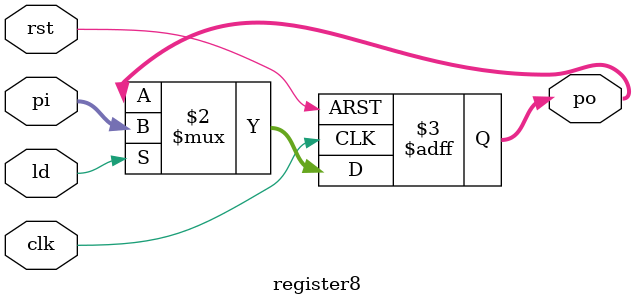
<source format=v>
`timescale 1ns/1ns
module register8(input [7:0] pi, input clk, rst, ld, output reg [7:0] po);
    always @(posedge clk, posedge rst) begin
        if (rst)
            po <= 8'b0;
        else
            po <= (ld) ? pi : po;
    end
endmodule


</source>
